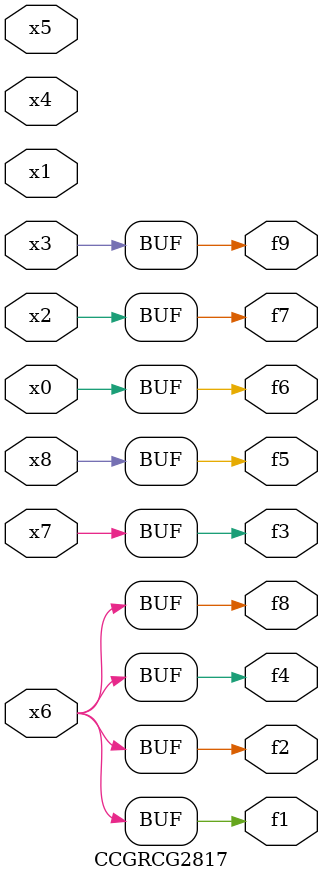
<source format=v>
module CCGRCG2817(
	input x0, x1, x2, x3, x4, x5, x6, x7, x8,
	output f1, f2, f3, f4, f5, f6, f7, f8, f9
);
	assign f1 = x6;
	assign f2 = x6;
	assign f3 = x7;
	assign f4 = x6;
	assign f5 = x8;
	assign f6 = x0;
	assign f7 = x2;
	assign f8 = x6;
	assign f9 = x3;
endmodule

</source>
